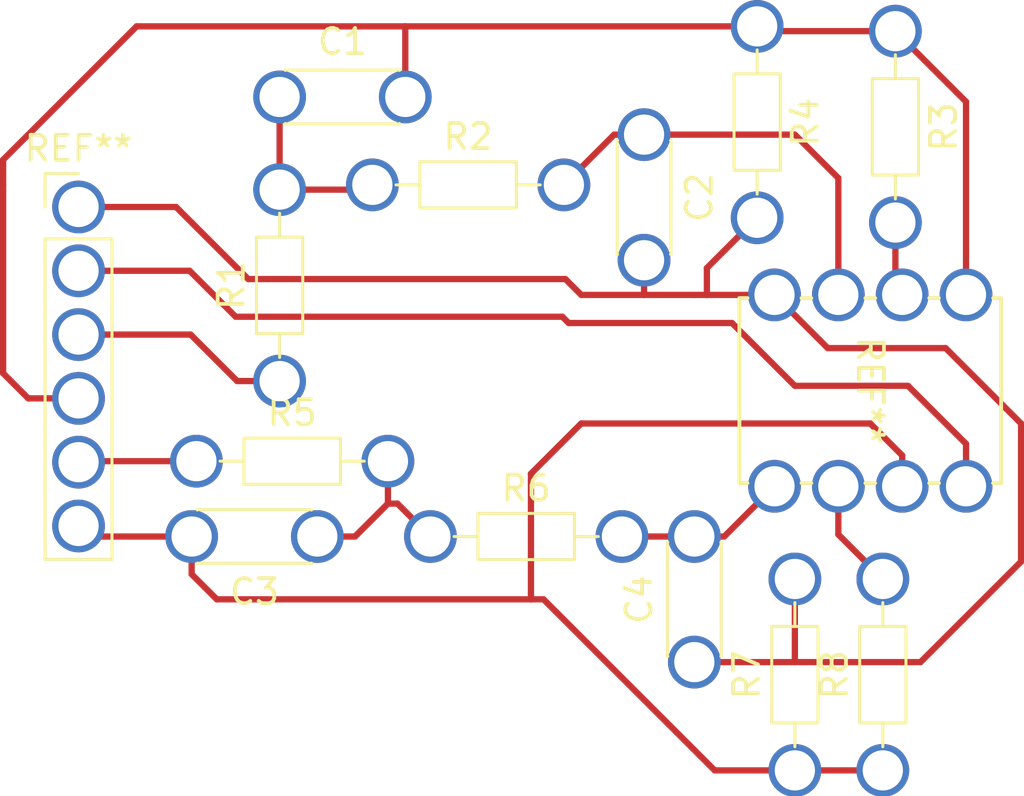
<source format=kicad_pcb>
(kicad_pcb (version 20240108) (generator "pcbnew") (generator_version "8.0")
  (layers (0 "F.Cu" signal) (31 "B.Cu" signal) (34 "B.Paste" user) (35 "F.Paste" user) (36 "B.SilkS" user "B.Silkscreen") (37 "F.SilkS" user "F.Silkscreen") (38 "B.Mask" user) (39 "F.Mask" user) (44 "Edge.Cuts" user))
  (net 0 "")
  (net 1 "GND")
  (net 2 "out1")
  (net 3 "plus1")
  (net 4 "minus1")
  (net 5 "vdd")
  (net 6 "in1")
  (net 7 "in2")
  (net 8 "out2")
  (net 9 "plus2")
  (net 10 "minus2")
  (footprint "Resistor_THT:R_Axial_DIN0204_L3.6mm_D1.6mm_P7.62mm_Horizontal" (layer "F.Cu") (at 72.5 114.31 90)
    (property "Reference" "R1" (at 3.81 -1.92 90) (layer "F.SilkS"))
    (property "Value" "R_Axial_DIN0204_L3.6mm_D1.6mm_P7.62mm_Horizontal" (hide yes))
    (fp_line (start 5.73 -0.92) (end 1.89 -0.92) (stroke (width 0.12)) (layer "F.SilkS"))
    (fp_line (start 1.89 -0.92) (end 1.89 0.92) (stroke (width 0.12)) (layer "F.SilkS"))
    (fp_line (start 6.68 0) (end 5.73 0) (stroke (width 0.12)) (layer "F.SilkS"))
    (fp_line (start 0.94 0) (end 1.89 0) (stroke (width 0.12)) (layer "F.SilkS"))
    (fp_line (start 5.73 0.92) (end 5.73 -0.92) (stroke (width 0.12)) (layer "F.SilkS"))
    (fp_line (start 1.89 0.92) (end 5.73 0.92) (stroke (width 0.12)) (layer "F.SilkS"))
    (pad "1" thru_hole circle (at 0 0 90) (size 2.1 2.1) (drill 1.6) (layers "*.Cu" "*.Mask") (net 6 "in1"))
    (pad "2" thru_hole circle (at 7.62 0 90) (size 2.1 2.1) (drill 1.6) (layers "*.Cu" "*.Mask") (net 6 "in1"))
  )
  (footprint "Capacitor_THT:C_Disc_D4.3mm_W1.9mm_P5.00mm" (layer "F.Cu") (at 72.5 103)
    (property "Reference" "C1" (at 2.5 -2.2 0) (layer "F.SilkS"))
    (property "Value" "C_Disc_D4.3mm_W1.9mm_P5.00mm" (hide yes))
    (fp_line (start 0.23 -1.07) (end 0.23 -1.055) (stroke (width 0.12)) (layer "F.SilkS"))
    (fp_line (start 0.23 -1.07) (end 4.77 -1.07) (stroke (width 0.12)) (layer "F.SilkS"))
    (fp_line (start 0.23 1.055) (end 0.23 1.07) (stroke (width 0.12)) (layer "F.SilkS"))
    (fp_line (start 0.23 1.07) (end 4.77 1.07) (stroke (width 0.12)) (layer "F.SilkS"))
    (fp_line (start 4.77 -1.07) (end 4.77 -1.055) (stroke (width 0.12)) (layer "F.SilkS"))
    (fp_line (start 4.77 1.055) (end 4.77 1.07) (stroke (width 0.12)) (layer "F.SilkS"))
    (pad "1" thru_hole circle (at 0 0) (size 2.1 2.1) (drill 1.6) (layers "*.Cu" "*.Mask") (net 6 "in1"))
    (pad "2" thru_hole circle (at 5 0) (size 2.1 2.1) (drill 1.6) (layers "*.Cu" "*.Mask") (net 2 "out1"))
  )
  (footprint "Capacitor_THT:C_Disc_D4.3mm_W1.9mm_P5.00mm" (layer "F.Cu") (at 89 125.5 90)
    (property "Reference" "C4" (at 2.5 -2.2 90) (layer "F.SilkS"))
    (property "Value" "C_Disc_D4.3mm_W1.9mm_P5.00mm" (hide yes))
    (fp_line (start 4.77 -1.07) (end 4.77 -1.055) (stroke (width 0.12)) (layer "F.SilkS"))
    (fp_line (start 0.23 -1.07) (end 4.77 -1.07) (stroke (width 0.12)) (layer "F.SilkS"))
    (fp_line (start 0.23 -1.07) (end 0.23 -1.055) (stroke (width 0.12)) (layer "F.SilkS"))
    (fp_line (start 4.77 1.055) (end 4.77 1.07) (stroke (width 0.12)) (layer "F.SilkS"))
    (fp_line (start 0.23 1.055) (end 0.23 1.07) (stroke (width 0.12)) (layer "F.SilkS"))
    (fp_line (start 0.23 1.07) (end 4.77 1.07) (stroke (width 0.12)) (layer "F.SilkS"))
    (pad "1" thru_hole circle (at 0 0 90) (size 2.1 2.1) (drill 1.6) (layers "*.Cu" "*.Mask") (net 1 "GND"))
    (pad "2" thru_hole circle (at 5 0 90) (size 2.1 2.1) (drill 1.6) (layers "*.Cu" "*.Mask") (net 9 "plus2"))
  )
  (footprint "Connector_PinHeader_2.54mm:PinHeader_1x06_P2.54mm_Vertical" (layer "F.Cu") (at 64.5 107.38)
    (property "Reference" "REF**" (at 0 -2.33 0) (layer "F.SilkS"))
    (property "Value" "PinHeader_1x06_P2.54mm_Vertical" (hide yes))
    (fp_line (start -1.33 -1.33) (end 0 -1.33) (stroke (width 0.12)) (layer "F.SilkS"))
    (fp_line (start -1.33 0) (end -1.33 -1.33) (stroke (width 0.12)) (layer "F.SilkS"))
    (fp_line (start -1.33 1.27) (end -1.33 14.03) (stroke (width 0.12)) (layer "F.SilkS"))
    (fp_line (start -1.33 1.27) (end 1.33 1.27) (stroke (width 0.12)) (layer "F.SilkS"))
    (fp_line (start -1.33 14.03) (end 1.33 14.03) (stroke (width 0.12)) (layer "F.SilkS"))
    (fp_line (start 1.33 1.27) (end 1.33 14.03) (stroke (width 0.12)) (layer "F.SilkS"))
    (pad "1" thru_hole circle (at 0 0) (size 2.1 2.1) (drill 1.6) (layers "*.Cu" "*.Mask") (net 1 "GND"))
    (pad "2" thru_hole circle (at 0 2.54) (size 2.1 2.1) (drill 1.6) (layers "*.Cu" "*.Mask") (net 5 "vdd"))
    (pad "3" thru_hole circle (at 0 5.08) (size 2.1 2.1) (drill 1.6) (layers "*.Cu" "*.Mask") (net 6 "in1"))
    (pad "4" thru_hole circle (at 0 7.62) (size 2.1 2.1) (drill 1.6) (layers "*.Cu" "*.Mask") (net 2 "out1"))
    (pad "5" thru_hole circle (at 0 10.16) (size 2.1 2.1) (drill 1.6) (layers "*.Cu" "*.Mask") (net 7 "in2"))
    (pad "6" thru_hole circle (at 0 12.7) (size 2.1 2.1) (drill 1.6) (layers "*.Cu" "*.Mask") (net 8 "out2"))
  )
  (footprint "Capacitor_THT:C_Disc_D4.3mm_W1.9mm_P5.00mm" (layer "F.Cu") (at 87 104.5 -90)
    (property "Reference" "C2" (at 2.5 -2.2 90) (layer "F.SilkS"))
    (property "Value" "C_Disc_D4.3mm_W1.9mm_P5.00mm" (hide yes))
    (fp_line (start 0.23 1.07) (end 4.77 1.07) (stroke (width 0.12)) (layer "F.SilkS"))
    (fp_line (start 0.23 1.055) (end 0.23 1.07) (stroke (width 0.12)) (layer "F.SilkS"))
    (fp_line (start 4.77 1.055) (end 4.77 1.07) (stroke (width 0.12)) (layer "F.SilkS"))
    (fp_line (start 0.23 -1.07) (end 0.23 -1.055) (stroke (width 0.12)) (layer "F.SilkS"))
    (fp_line (start 0.23 -1.07) (end 4.77 -1.07) (stroke (width 0.12)) (layer "F.SilkS"))
    (fp_line (start 4.77 -1.07) (end 4.77 -1.055) (stroke (width 0.12)) (layer "F.SilkS"))
    (pad "1" thru_hole circle (at 0 0 270) (size 2.1 2.1) (drill 1.6) (layers "*.Cu" "*.Mask") (net 3 "plus1"))
    (pad "2" thru_hole circle (at 5 0 270) (size 2.1 2.1) (drill 1.6) (layers "*.Cu" "*.Mask") (net 1 "GND"))
  )
  (footprint "Resistor_THT:R_Axial_DIN0204_L3.6mm_D1.6mm_P7.62mm_Horizontal" (layer "F.Cu") (at 96.5 129.81 90)
    (property "Reference" "R8" (at 3.81 -1.92 90) (layer "F.SilkS"))
    (property "Value" "R_Axial_DIN0204_L3.6mm_D1.6mm_P7.62mm_Horizontal" (hide yes))
    (fp_line (start 5.73 -0.92) (end 1.89 -0.92) (stroke (width 0.12)) (layer "F.SilkS"))
    (fp_line (start 1.89 -0.92) (end 1.89 0.92) (stroke (width 0.12)) (layer "F.SilkS"))
    (fp_line (start 6.68 0) (end 5.73 0) (stroke (width 0.12)) (layer "F.SilkS"))
    (fp_line (start 0.94 0) (end 1.89 0) (stroke (width 0.12)) (layer "F.SilkS"))
    (fp_line (start 5.73 0.92) (end 5.73 -0.92) (stroke (width 0.12)) (layer "F.SilkS"))
    (fp_line (start 1.89 0.92) (end 5.73 0.92) (stroke (width 0.12)) (layer "F.SilkS"))
    (pad "1" thru_hole circle (at 0 0 90) (size 2.1 2.1) (drill 1.6) (layers "*.Cu" "*.Mask") (net 8 "out2"))
    (pad "2" thru_hole circle (at 7.62 0 90) (size 2.1 2.1) (drill 1.6) (layers "*.Cu" "*.Mask") (net 10 "minus2"))
  )
  (footprint "Capacitor_THT:C_Disc_D4.3mm_W1.9mm_P5.00mm" (layer "F.Cu") (at 74 120.5 180)
    (property "Reference" "C3" (at 2.5 -2.2 0) (layer "F.SilkS"))
    (property "Value" "C_Disc_D4.3mm_W1.9mm_P5.00mm" (hide yes))
    (fp_line (start 4.77 1.055) (end 4.77 1.07) (stroke (width 0.12)) (layer "F.SilkS"))
    (fp_line (start 4.77 -1.07) (end 4.77 -1.055) (stroke (width 0.12)) (layer "F.SilkS"))
    (fp_line (start 0.23 1.07) (end 4.77 1.07) (stroke (width 0.12)) (layer "F.SilkS"))
    (fp_line (start 0.23 1.055) (end 0.23 1.07) (stroke (width 0.12)) (layer "F.SilkS"))
    (fp_line (start 0.23 -1.07) (end 4.77 -1.07) (stroke (width 0.12)) (layer "F.SilkS"))
    (fp_line (start 0.23 -1.07) (end 0.23 -1.055) (stroke (width 0.12)) (layer "F.SilkS"))
    (pad "1" thru_hole circle (at 0 0 180) (size 2.1 2.1) (drill 1.6) (layers "*.Cu" "*.Mask") (net 7 "in2"))
    (pad "2" thru_hole circle (at 5 0 180) (size 2.1 2.1) (drill 1.6) (layers "*.Cu" "*.Mask") (net 8 "out2"))
  )
  (footprint "Resistor_THT:R_Axial_DIN0204_L3.6mm_D1.6mm_P7.62mm_Horizontal" (layer "F.Cu") (at 76.19 106.5)
    (property "Reference" "R2" (at 3.81 -1.92 0) (layer "F.SilkS"))
    (property "Value" "R_Axial_DIN0204_L3.6mm_D1.6mm_P7.62mm_Horizontal" (hide yes))
    (fp_line (start 0.94 0) (end 1.89 0) (stroke (width 0.12)) (layer "F.SilkS"))
    (fp_line (start 1.89 -0.92) (end 1.89 0.92) (stroke (width 0.12)) (layer "F.SilkS"))
    (fp_line (start 1.89 0.92) (end 5.73 0.92) (stroke (width 0.12)) (layer "F.SilkS"))
    (fp_line (start 5.73 -0.92) (end 1.89 -0.92) (stroke (width 0.12)) (layer "F.SilkS"))
    (fp_line (start 5.73 0.92) (end 5.73 -0.92) (stroke (width 0.12)) (layer "F.SilkS"))
    (fp_line (start 6.68 0) (end 5.73 0) (stroke (width 0.12)) (layer "F.SilkS"))
    (pad "1" thru_hole circle (at 0 0) (size 2.1 2.1) (drill 1.6) (layers "*.Cu" "*.Mask") (net 6 "in1"))
    (pad "2" thru_hole circle (at 7.62 0) (size 2.1 2.1) (drill 1.6) (layers "*.Cu" "*.Mask") (net 3 "plus1"))
  )
  (footprint "Resistor_THT:R_Axial_DIN0204_L3.6mm_D1.6mm_P7.62mm_Horizontal" (layer "F.Cu") (at 69.19 117.5)
    (property "Reference" "R5" (at 3.81 -1.92 0) (layer "F.SilkS"))
    (property "Value" "R_Axial_DIN0204_L3.6mm_D1.6mm_P7.62mm_Horizontal" (hide yes))
    (fp_line (start 0.94 0) (end 1.89 0) (stroke (width 0.12)) (layer "F.SilkS"))
    (fp_line (start 1.89 -0.92) (end 1.89 0.92) (stroke (width 0.12)) (layer "F.SilkS"))
    (fp_line (start 1.89 0.92) (end 5.73 0.92) (stroke (width 0.12)) (layer "F.SilkS"))
    (fp_line (start 5.73 -0.92) (end 1.89 -0.92) (stroke (width 0.12)) (layer "F.SilkS"))
    (fp_line (start 5.73 0.92) (end 5.73 -0.92) (stroke (width 0.12)) (layer "F.SilkS"))
    (fp_line (start 6.68 0) (end 5.73 0) (stroke (width 0.12)) (layer "F.SilkS"))
    (pad "1" thru_hole circle (at 0 0) (size 2.1 2.1) (drill 1.6) (layers "*.Cu" "*.Mask") (net 7 "in2"))
    (pad "2" thru_hole circle (at 7.62 0) (size 2.1 2.1) (drill 1.6) (layers "*.Cu" "*.Mask") (net 7 "in2"))
  )
  (footprint "Resistor_THT:R_Axial_DIN0204_L3.6mm_D1.6mm_P7.62mm_Horizontal" (layer "F.Cu") (at 93 129.81 90)
    (property "Reference" "R7" (at 3.81 -1.92 90) (layer "F.SilkS"))
    (property "Value" "R_Axial_DIN0204_L3.6mm_D1.6mm_P7.62mm_Horizontal" (hide yes))
    (fp_line (start 5.73 -0.92) (end 1.89 -0.92) (stroke (width 0.12)) (layer "F.SilkS"))
    (fp_line (start 1.89 -0.92) (end 1.89 0.92) (stroke (width 0.12)) (layer "F.SilkS"))
    (fp_line (start 6.68 0) (end 5.73 0) (stroke (width 0.12)) (layer "F.SilkS"))
    (fp_line (start 0.94 0) (end 1.89 0) (stroke (width 0.12)) (layer "F.SilkS"))
    (fp_line (start 5.73 0.92) (end 5.73 -0.92) (stroke (width 0.12)) (layer "F.SilkS"))
    (fp_line (start 1.89 0.92) (end 5.73 0.92) (stroke (width 0.12)) (layer "F.SilkS"))
    (pad "1" thru_hole circle (at 0 0 90) (size 2.1 2.1) (drill 1.6) (layers "*.Cu" "*.Mask") (net 8 "out2"))
    (pad "2" thru_hole circle (at 7.62 0 90) (size 2.1 2.1) (drill 1.6) (layers "*.Cu" "*.Mask") (net 1 "GND"))
  )
  (footprint "Resistor_THT:R_Axial_DIN0204_L3.6mm_D1.6mm_P7.62mm_Horizontal" (layer "F.Cu") (at 78.5 120.5)
    (property "Reference" "R6" (at 3.81 -1.92 0) (layer "F.SilkS"))
    (property "Value" "R_Axial_DIN0204_L3.6mm_D1.6mm_P7.62mm_Horizontal" (hide yes))
    (fp_line (start 0.94 0) (end 1.89 0) (stroke (width 0.12)) (layer "F.SilkS"))
    (fp_line (start 1.89 -0.92) (end 1.89 0.92) (stroke (width 0.12)) (layer "F.SilkS"))
    (fp_line (start 1.89 0.92) (end 5.73 0.92) (stroke (width 0.12)) (layer "F.SilkS"))
    (fp_line (start 5.73 -0.92) (end 1.89 -0.92) (stroke (width 0.12)) (layer "F.SilkS"))
    (fp_line (start 5.73 0.92) (end 5.73 -0.92) (stroke (width 0.12)) (layer "F.SilkS"))
    (fp_line (start 6.68 0) (end 5.73 0) (stroke (width 0.12)) (layer "F.SilkS"))
    (pad "1" thru_hole circle (at 0 0) (size 2.1 2.1) (drill 1.6) (layers "*.Cu" "*.Mask") (net 7 "in2"))
    (pad "2" thru_hole circle (at 7.62 0) (size 2.1 2.1) (drill 1.6) (layers "*.Cu" "*.Mask") (net 9 "plus2"))
  )
  (footprint "Resistor_THT:R_Axial_DIN0204_L3.6mm_D1.6mm_P7.62mm_Horizontal" (layer "F.Cu") (at 97 100.38 -90)
    (property "Reference" "R3" (at 3.81 -1.92 90) (layer "F.SilkS"))
    (property "Value" "R_Axial_DIN0204_L3.6mm_D1.6mm_P7.62mm_Horizontal" (hide yes))
    (fp_line (start 1.89 0.92) (end 5.73 0.92) (stroke (width 0.12)) (layer "F.SilkS"))
    (fp_line (start 5.73 0.92) (end 5.73 -0.92) (stroke (width 0.12)) (layer "F.SilkS"))
    (fp_line (start 0.94 0) (end 1.89 0) (stroke (width 0.12)) (layer "F.SilkS"))
    (fp_line (start 6.68 0) (end 5.73 0) (stroke (width 0.12)) (layer "F.SilkS"))
    (fp_line (start 1.89 -0.92) (end 1.89 0.92) (stroke (width 0.12)) (layer "F.SilkS"))
    (fp_line (start 5.73 -0.92) (end 1.89 -0.92) (stroke (width 0.12)) (layer "F.SilkS"))
    (pad "1" thru_hole circle (at 0 0 270) (size 2.1 2.1) (drill 1.6) (layers "*.Cu" "*.Mask") (net 2 "out1"))
    (pad "2" thru_hole circle (at 7.62 0 270) (size 2.1 2.1) (drill 1.6) (layers "*.Cu" "*.Mask") (net 4 "minus1"))
  )
  (footprint "mcp6002:PDIP8_300MC_MCH" (layer "F.Cu") (at 99.81 110.88 -90)
    (property "Reference" "REF**" (at 3.81 3.81 -90) (layer "F.SilkS"))
    (property "Value" "PDIP8_300MC_MCH" (hide yes))
    (fp_line (start 0.127 9.017) (end 7.493 9.017) (stroke (width 0.1524)) (layer "F.SilkS"))
    (fp_line (start 7.493 9.017) (end 7.493 8.694561) (stroke (width 0.1524)) (layer "F.SilkS"))
    (fp_line (start 0.127 8.694561) (end 0.127 9.017) (stroke (width 0.1524)) (layer "F.SilkS"))
    (fp_line (start 7.493 6.545439) (end 7.493 6.154561) (stroke (width 0.1524)) (layer "F.SilkS"))
    (fp_line (start 0.127 6.154561) (end 0.127 6.545439) (stroke (width 0.1524)) (layer "F.SilkS"))
    (fp_line (start 7.493 4.005439) (end 7.493 3.614561) (stroke (width 0.1524)) (layer "F.SilkS"))
    (fp_line (start 0.127 3.614561) (end 0.127 4.005439) (stroke (width 0.1524)) (layer "F.SilkS"))
    (fp_line (start 7.493 1.465439) (end 7.493 1.074561) (stroke (width 0.1524)) (layer "F.SilkS"))
    (fp_line (start 0.127 1.08204) (end 0.127 1.465439) (stroke (width 0.1524)) (layer "F.SilkS"))
    (fp_line (start 7.493 -1.074561) (end 7.493 -1.397) (stroke (width 0.1524)) (layer "F.SilkS"))
    (fp_line (start 0.127 -1.397) (end 0.127 -1.08204) (stroke (width 0.1524)) (layer "F.SilkS"))
    (fp_line (start 7.493 -1.397) (end 0.127 -1.397) (stroke (width 0.1524)) (layer "F.SilkS"))
    (pad "1" thru_hole circle (at 0 0 270) (size 2.1 2.1) (drill 1.6) (layers "*.Cu" "*.Mask") (net 2 "out1"))
    (pad "2" thru_hole circle (at 0 2.54 270) (size 2.1 2.1) (drill 1.6) (layers "*.Cu" "*.Mask") (net 4 "minus1"))
    (pad "3" thru_hole circle (at 0 5.08 270) (size 2.1 2.1) (drill 1.6) (layers "*.Cu" "*.Mask") (net 3 "plus1"))
    (pad "4" thru_hole circle (at 0 7.62 270) (size 2.1 2.1) (drill 1.6) (layers "*.Cu" "*.Mask") (net 1 "GND"))
    (pad "5" thru_hole circle (at 7.62 7.62 270) (size 2.1 2.1) (drill 1.6) (layers "*.Cu" "*.Mask") (net 9 "plus2"))
    (pad "6" thru_hole circle (at 7.62 5.08 270) (size 2.1 2.1) (drill 1.6) (layers "*.Cu" "*.Mask") (net 10 "minus2"))
    (pad "7" thru_hole circle (at 7.62 2.54 270) (size 2.1 2.1) (drill 1.6) (layers "*.Cu" "*.Mask") (net 8 "out2"))
    (pad "8" thru_hole circle (at 7.62 0 270) (size 2.1 2.1) (drill 1.6) (layers "*.Cu" "*.Mask") (net 5 "vdd"))
  )
  (footprint "Resistor_THT:R_Axial_DIN0204_L3.6mm_D1.6mm_P7.62mm_Horizontal" (layer "F.Cu") (at 91.5 100.19 -90)
    (property "Reference" "R4" (at 3.81 -1.92 90) (layer "F.SilkS"))
    (property "Value" "R_Axial_DIN0204_L3.6mm_D1.6mm_P7.62mm_Horizontal" (hide yes))
    (fp_line (start 1.89 0.92) (end 5.73 0.92) (stroke (width 0.12)) (layer "F.SilkS"))
    (fp_line (start 5.73 0.92) (end 5.73 -0.92) (stroke (width 0.12)) (layer "F.SilkS"))
    (fp_line (start 0.94 0) (end 1.89 0) (stroke (width 0.12)) (layer "F.SilkS"))
    (fp_line (start 6.68 0) (end 5.73 0) (stroke (width 0.12)) (layer "F.SilkS"))
    (fp_line (start 1.89 -0.92) (end 1.89 0.92) (stroke (width 0.12)) (layer "F.SilkS"))
    (fp_line (start 5.73 -0.92) (end 1.89 -0.92) (stroke (width 0.12)) (layer "F.SilkS"))
    (pad "1" thru_hole circle (at 0 0 270) (size 2.1 2.1) (drill 1.6) (layers "*.Cu" "*.Mask") (net 2 "out1"))
    (pad "2" thru_hole circle (at 7.62 0 270) (size 2.1 2.1) (drill 1.6) (layers "*.Cu" "*.Mask") (net 1 "GND"))
  )
  (segment (start 89 110.88) (end 89.5 110.88) (width 0.25) (layer "F.Cu") (net 1))
  (segment (start 91.5 107.81) (end 89.5 109.81) (width 0.25) (layer "F.Cu") (net 1))
  (segment (start 99 113) (end 102 116) (width 0.25) (layer "F.Cu") (net 1))
  (segment (start 84.5 110.88) (end 87 110.88) (width 0.25) (layer "F.Cu") (net 1))
  (segment (start 92.19 110.88) (end 94.31 113) (width 0.25) (layer "F.Cu") (net 1))
  (segment (start 89.5 109.81) (end 89.5 110.88) (width 0.25) (layer "F.Cu") (net 1))
  (segment (start 83.87 110.25) (end 84.5 110.88) (width 0.25) (layer "F.Cu") (net 1))
  (segment (start 93 125.5) (end 93 122.19) (width 0.25) (layer "F.Cu") (net 1))
  (segment (start 98 125.5) (end 93 125.5) (width 0.25) (layer "F.Cu") (net 1))
  (segment (start 102 121.5) (end 98 125.5) (width 0.25) (layer "F.Cu") (net 1))
  (segment (start 87 110.88) (end 89 110.88) (width 0.25) (layer "F.Cu") (net 1))
  (segment (start 89.5 110.88) (end 92.19 110.88) (width 0.25) (layer "F.Cu") (net 1))
  (segment (start 93 125.5) (end 89 125.5) (width 0.25) (layer "F.Cu") (net 1))
  (segment (start 71.25 110.25) (end 83.87 110.25) (width 0.25) (layer "F.Cu") (net 1))
  (segment (start 94.31 113) (end 99 113) (width 0.25) (layer "F.Cu") (net 1))
  (segment (start 64.5 107.38) (end 68.38 107.38) (width 0.25) (layer "F.Cu") (net 1))
  (segment (start 68.38 107.38) (end 71.25 110.25) (width 0.25) (layer "F.Cu") (net 1))
  (segment (start 87 109.5) (end 87 110.88) (width 0.25) (layer "F.Cu") (net 1))
  (segment (start 102 116) (end 102 121.5) (width 0.25) (layer "F.Cu") (net 1))
  (segment (start 99.81 110.88) (end 99.81 103.19) (width 0.25) (layer "F.Cu") (net 2))
  (segment (start 61.5 114) (end 61.5 106.5) (width 0.25) (layer "F.Cu") (net 2))
  (segment (start 77.5 103.5) (end 77.5 102.5) (width 0.25) (layer "F.Cu") (net 2))
  (segment (start 99.81 103.19) (end 97 100.38) (width 0.25) (layer "F.Cu") (net 2))
  (segment (start 91.69 100.38) (end 91.5 100.19) (width 0.25) (layer "F.Cu") (net 2))
  (segment (start 77.5 100.19) (end 66.81 100.19) (width 0.25) (layer "F.Cu") (net 2))
  (segment (start 97 100.38) (end 91.69 100.38) (width 0.25) (layer "F.Cu") (net 2))
  (segment (start 61.5 105.5) (end 61.5 106.5) (width 0.25) (layer "F.Cu") (net 2))
  (segment (start 64.5 115) (end 62.5 115) (width 0.25) (layer "F.Cu") (net 2))
  (segment (start 62.5 115) (end 61.5 114) (width 0.25) (layer "F.Cu") (net 2))
  (segment (start 65.5 101.5) (end 61.5 105.5) (width 0.25) (layer "F.Cu") (net 2))
  (segment (start 91.5 100.19) (end 77.5 100.19) (width 0.25) (layer "F.Cu") (net 2))
  (segment (start 66.81 100.19) (end 65.5 101.5) (width 0.25) (layer "F.Cu") (net 2))
  (segment (start 77.5 103) (end 77.5 100.19) (width 0.25) (layer "F.Cu") (net 2))
  (segment (start 87 104.5) (end 93 104.5) (width 0.25) (layer "F.Cu") (net 3))
  (segment (start 94.73 106.23) (end 94.73 110.88) (width 0.25) (layer "F.Cu") (net 3))
  (segment (start 93 104.5) (end 94.73 106.23) (width 0.25) (layer "F.Cu") (net 3))
  (segment (start 83.81 106.5) (end 85.81 104.5) (width 0.25) (layer "F.Cu") (net 3))
  (segment (start 85.81 104.5) (end 87 104.5) (width 0.25) (layer "F.Cu") (net 3))
  (segment (start 97 110.61) (end 97.27 110.88) (width 0.25) (layer "F.Cu") (net 4))
  (segment (start 97.5 110.65) (end 97.27 110.88) (width 0.25) (layer "F.Cu") (net 4))
  (segment (start 97 108) (end 97 110.61) (width 0.25) (layer "F.Cu") (net 4))
  (segment (start 90.5 112) (end 84 112) (width 0.25) (layer "F.Cu") (net 5))
  (segment (start 70.75 111.75) (end 68.92 109.92) (width 0.25) (layer "F.Cu") (net 5))
  (segment (start 93 114.5) (end 90.5 112) (width 0.25) (layer "F.Cu") (net 5))
  (segment (start 97.5 114.5) (end 93 114.5) (width 0.25) (layer "F.Cu") (net 5))
  (segment (start 99.81 118.5) (end 99.81 116.81) (width 0.25) (layer "F.Cu") (net 5))
  (segment (start 83.75 111.75) (end 84 112) (width 0.25) (layer "F.Cu") (net 5))
  (segment (start 70.75 111.75) (end 83.75 111.75) (width 0.25) (layer "F.Cu") (net 5))
  (segment (start 99.81 116.81) (end 97.5 114.5) (width 0.25) (layer "F.Cu") (net 5))
  (segment (start 68.92 109.92) (end 64.5 109.92) (width 0.25) (layer "F.Cu") (net 5))
  (segment (start 76 106.69) (end 76.19 106.5) (width 0.25) (layer "F.Cu") (net 6))
  (segment (start 64.5 112.46) (end 68.96 112.46) (width 0.25) (layer "F.Cu") (net 6))
  (segment (start 68.96 112.46) (end 70.81 114.31) (width 0.25) (layer "F.Cu") (net 6))
  (segment (start 72.5 103) (end 72.5 106.69) (width 0.25) (layer "F.Cu") (net 6))
  (segment (start 72.5 106.69) (end 76 106.69) (width 0.25) (layer "F.Cu") (net 6))
  (segment (start 70.81 114.31) (end 72.5 114.31) (width 0.25) (layer "F.Cu") (net 6))
  (segment (start 75.5 120.5) (end 74 120.5) (width 0.25) (layer "F.Cu") (net 7))
  (segment (start 64.54 117.5) (end 64.5 117.54) (width 0.25) (layer "F.Cu") (net 7))
  (segment (start 76.5 119.5) (end 76.81 119.19) (width 0.25) (layer "F.Cu") (net 7))
  (segment (start 69.19 117.5) (end 64.54 117.5) (width 0.25) (layer "F.Cu") (net 7))
  (segment (start 77.19 119.19) (end 78.5 120.5) (width 0.25) (layer "F.Cu") (net 7))
  (segment (start 76.5 119.5) (end 75.5 120.5) (width 0.25) (layer "F.Cu") (net 7))
  (segment (start 76.81 119.19) (end 75.5 120.5) (width 0.25) (layer "F.Cu") (net 7))
  (segment (start 76.81 117.5) (end 76.81 119.19) (width 0.25) (layer "F.Cu") (net 7))
  (segment (start 76.81 119.19) (end 77.19 119.19) (width 0.25) (layer "F.Cu") (net 7))
  (segment (start 69 120.5) (end 69 122) (width 0.25) (layer "F.Cu") (net 8))
  (segment (start 96 116) (end 84.5 116) (width 0.25) (layer "F.Cu") (net 8))
  (segment (start 97.27 117.27) (end 96 116) (width 0.25) (layer "F.Cu") (net 8))
  (segment (start 69 122) (end 69.5 122.5) (width 0.25) (layer "F.Cu") (net 8))
  (segment (start 83 123) (end 83.5 123.5) (width 0.25) (layer "F.Cu") (net 8))
  (segment (start 84.5 116) (end 82.5 118) (width 0.25) (layer "F.Cu") (net 8))
  (segment (start 97.27 118.5) (end 97.27 117.27) (width 0.25) (layer "F.Cu") (net 8))
  (segment (start 96.5 129.81) (end 93 129.81) (width 0.25) (layer "F.Cu") (net 8))
  (segment (start 82.5 118) (end 82.5 123) (width 0.25) (layer "F.Cu") (net 8))
  (segment (start 64.92 120.5) (end 64.5 120.08) (width 0.25) (layer "F.Cu") (net 8))
  (segment (start 89.81 129.81) (end 83.5 123.5) (width 0.25) (layer "F.Cu") (net 8))
  (segment (start 69 120.5) (end 64.92 120.5) (width 0.25) (layer "F.Cu") (net 8))
  (segment (start 70 123) (end 82.5 123) (width 0.25) (layer "F.Cu") (net 8))
  (segment (start 93 129.81) (end 89.81 129.81) (width 0.25) (layer "F.Cu") (net 8))
  (segment (start 82.5 123) (end 83 123) (width 0.25) (layer "F.Cu") (net 8))
  (segment (start 69.5 122.5) (end 70 123) (width 0.25) (layer "F.Cu") (net 8))
  (segment (start 89 120.5) (end 90.19 120.5) (width 0.25) (layer "F.Cu") (net 9))
  (segment (start 86.12 120.5) (end 89 120.5) (width 0.25) (layer "F.Cu") (net 9))
  (segment (start 90.19 120.5) (end 92.19 118.5) (width 0.25) (layer "F.Cu") (net 9))
  (segment (start 96.5 122.19) (end 94.73 120.42) (width 0.25) (layer "F.Cu") (net 10))
  (segment (start 94.73 120.42) (end 94.73 118.5) (width 0.25) (layer "F.Cu") (net 10))
)
</source>
